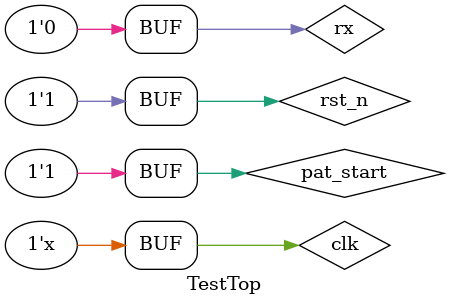
<source format=v>
`timescale 1ns / 1ps

module TestTop;

`include "TestDef.v"
`include "task_uart.v"

reg clk;
reg rst_n;
reg rx;
reg pat_start;
wire tx;
//-----------------------------
always #10 clk = ~clk; // 50MHz

initial begin
    clk = 0;
    pat_start = 0;
    rst_n = 1;
    rx = 0;
    #1;
    rst_n = 0;
    $display("[TestTop] Test Start");
    #200;
    $display("[TestTop] rst_n released");
    rst_n = 1;
    #200;

    $display("[TestTop] Start test pattern");
    pat_start = 1;
end

`include "testvec.v"

uart_trx U_uart_trx(
    .clk(clk),
    .rst_n(rst_n),
    .tx(tx),
    .rx(tb_tx)
);

`ifdef VCDDUMP
initial begin
    $dumpfile("Test.vcd");  //
    $dumpvars(0,TestTop);       
end
`endif

endmodule

</source>
